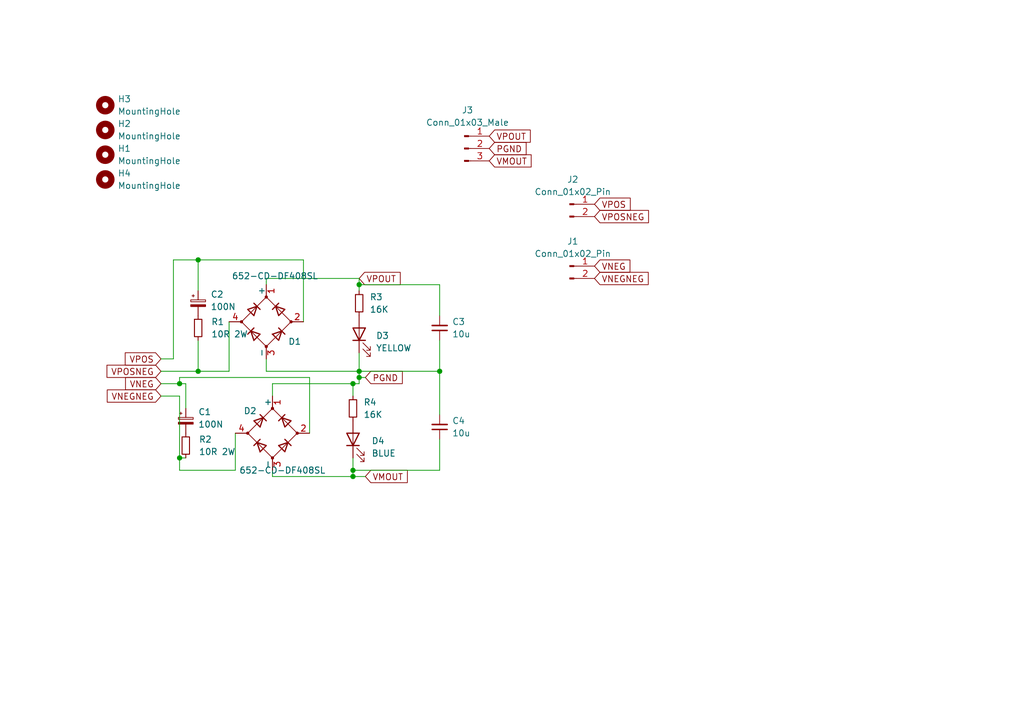
<source format=kicad_sch>
(kicad_sch (version 20231120) (generator "eeschema") (generator_version "8.0")
  (paper "A5")
  (lib_symbols
    (symbol "Connector:Conn_01x02_Pin" (pin_names (offset 1.016) hide)
      (property "Reference" "J" (at 0 2.54 0))
      (property "Value" "Conn_01x02_Pin" (at 0 -5.08 0))
      (symbol "Conn_01x02_Pin_1_1"
        (polyline (pts (xy 1.27 -2.54) (xy 0.8636 -2.54)) (stroke (width 0.1524)))
        (polyline (pts (xy 1.27 0) (xy 0.8636 0)) (stroke (width 0.1524)))
        (rectangle (start 0.8636 -2.413) (end 0 -2.667) (stroke (width 0.1524)) (fill (type outline)))
        (rectangle (start 0.8636 0.127) (end 0 -0.127) (stroke (width 0.1524)) (fill (type outline)))
        (pin passive line (at 5.08 0 180) (length 3.81) (name "Pin_1") (number "1"))
        (pin passive line (at 5.08 -2.54 180) (length 3.81) (name "Pin_2") (number "2"))
      )
    )
    (symbol "Connector:Conn_01x03_Male" (pin_names (offset 1.016) hide)
      (property "Reference" "J" (at 0 5.08 0))
      (property "Value" "Conn_01x03_Male" (at 0 -5.08 0))
      (symbol "Conn_01x03_Male_1_1"
        (polyline (pts (xy 1.27 -2.54) (xy 0.8636 -2.54)) (stroke (width 0.1524)))
        (polyline (pts (xy 1.27 0) (xy 0.8636 0)) (stroke (width 0.1524)))
        (polyline (pts (xy 1.27 2.54) (xy 0.8636 2.54)) (stroke (width 0.1524)))
        (rectangle (start 0.8636 -2.413) (end 0 -2.667) (stroke (width 0.1524)) (fill (type outline)))
        (rectangle (start 0.8636 0.127) (end 0 -0.127) (stroke (width 0.1524)) (fill (type outline)))
        (rectangle (start 0.8636 2.667) (end 0 2.413) (stroke (width 0.1524)) (fill (type outline)))
        (pin passive line (at 5.08 2.54 180) (length 3.81) (name "Pin_1") (number "1"))
        (pin passive line (at 5.08 0 180) (length 3.81) (name "Pin_2") (number "2"))
        (pin passive line (at 5.08 -2.54 180) (length 3.81) (name "Pin_3") (number "3"))
      )
    )
    (symbol "Device:C_Polarized_Small" (pin_numbers hide) (pin_names (offset 0.254) hide)
      (property "Reference" "C" (at 0.254 1.778 0))
      (property "Value" "C_Polarized_Small" (at 0.254 -2.032 0))
      (symbol "C_Polarized_Small_0_1"
        (rectangle (start -1.524 -0.3048) (end 1.524 -0.6858) (fill (type outline)))
        (rectangle (start -1.524 0.6858) (end 1.524 0.3048))
        (polyline (pts (xy -1.27 1.524) (xy -0.762 1.524)))
        (polyline (pts (xy -1.016 1.27) (xy -1.016 1.778)))
      )
      (symbol "C_Polarized_Small_1_1"
        (pin passive line (at 0 2.54 270) (length 1.8542) (name "~") (number "1"))
        (pin passive line (at 0 -2.54 90) (length 1.8542) (name "~") (number "2"))
      )
    )
    (symbol "Device:C_Small" (pin_numbers hide) (pin_names (offset 0.254) hide)
      (property "Reference" "C" (at 0.254 1.778 0))
      (property "Value" "C_Small" (at 0.254 -2.032 0))
      (symbol "C_Small_0_1"
        (polyline (pts (xy -1.524 -0.508) (xy 1.524 -0.508)) (stroke (width 0.3302)))
        (polyline (pts (xy -1.524 0.508) (xy 1.524 0.508)) (stroke (width 0.3048)))
      )
      (symbol "C_Small_1_1"
        (pin passive line (at 0 2.54 270) (length 2.032) (name "~") (number "1"))
        (pin passive line (at 0 -2.54 90) (length 2.032) (name "~") (number "2"))
      )
    )
    (symbol "Device:D_Bridge_+A-A" (pin_names (offset 0))
      (property "Reference" "D" (at 2.54 6.985 0))
      (property "Value" "D_Bridge_+A-A" (at 2.54 5.08 0))
      (symbol "D_Bridge_+A-A_0_1"
        (circle (center -5.08 0) (radius 0.254) (fill (type outline)))
        (circle (center 0 -5.08) (radius 0.254) (fill (type outline)))
        (polyline (pts (xy -2.54 3.81) (xy -1.27 2.54)) (stroke (width 0.254)))
        (polyline (pts (xy -1.27 -2.54) (xy -2.54 -3.81)) (stroke (width 0.254)))
        (polyline (pts (xy 2.54 -1.27) (xy 3.81 -2.54)) (stroke (width 0.254)))
        (polyline (pts (xy 2.54 1.27) (xy 3.81 2.54)) (stroke (width 0.254)))
        (polyline (pts (xy -3.81 2.54) (xy -2.54 1.27) (xy -1.905 3.175) (xy -3.81 2.54)) (stroke (width 0.254)))
        (polyline (pts (xy -2.54 -1.27) (xy -3.81 -2.54) (xy -1.905 -3.175) (xy -2.54 -1.27)) (stroke (width 0.254)))
        (polyline (pts (xy 1.27 2.54) (xy 2.54 3.81) (xy 3.175 1.905) (xy 1.27 2.54)) (stroke (width 0.254)))
        (polyline (pts (xy 3.175 -1.905) (xy 1.27 -2.54) (xy 2.54 -3.81) (xy 3.175 -1.905)) (stroke (width 0.254)))
        (polyline (pts (xy -5.08 0) (xy 0 -5.08) (xy 5.08 0) (xy 0 5.08) (xy -5.08 0)))
        (circle (center 0 5.08) (radius 0.254) (fill (type outline)))
        (circle (center 5.08 0) (radius 0.254) (fill (type outline)))
      )
      (symbol "D_Bridge_+A-A_1_1"
        (pin passive line (at 7.62 0 180) (length 2.54) (name "+") (number "1"))
        (pin passive line (at 0 -7.62 90) (length 2.54) (name "~") (number "2"))
        (pin passive line (at -7.62 0 0) (length 2.54) (name "-") (number "3"))
        (pin passive line (at 0 7.62 270) (length 2.54) (name "~") (number "4"))
      )
    )
    (symbol "Device:LED" (pin_numbers hide) (pin_names (offset 1.016) hide)
      (property "Reference" "D" (at 0 2.54 0))
      (property "Value" "LED" (at 0 -2.54 0))
      (symbol "LED_0_1"
        (polyline (pts (xy -1.27 -1.27) (xy -1.27 1.27)) (stroke (width 0.254)))
        (polyline (pts (xy -1.27 0) (xy 1.27 0)))
        (polyline (pts (xy 1.27 -1.27) (xy 1.27 1.27) (xy -1.27 0) (xy 1.27 -1.27)) (stroke (width 0.254)))
        (polyline (pts (xy -3.048 -0.762) (xy -4.572 -2.286) (xy -3.81 -2.286) (xy -4.572 -2.286) (xy -4.572 -1.524)))
        (polyline (pts (xy -1.778 -0.762) (xy -3.302 -2.286) (xy -2.54 -2.286) (xy -3.302 -2.286) (xy -3.302 -1.524)))
      )
      (symbol "LED_1_1"
        (pin passive line (at -3.81 0 0) (length 2.54) (name "K") (number "1"))
        (pin passive line (at 3.81 0 180) (length 2.54) (name "A") (number "2"))
      )
    )
    (symbol "Device:R_Small" (pin_numbers hide) (pin_names (offset 0.254) hide)
      (property "Reference" "R" (at 0.762 0.508 0))
      (property "Value" "R_Small" (at 0.762 -1.016 0))
      (symbol "R_Small_0_1"
        (rectangle (start -0.762 1.778) (end 0.762 -1.778) (stroke (width 0.2032)))
      )
      (symbol "R_Small_1_1"
        (pin passive line (at 0 2.54 270) (length 0.762) (name "~") (number "1"))
        (pin passive line (at 0 -2.54 90) (length 0.762) (name "~") (number "2"))
      )
    )
    (symbol "Mechanical:MountingHole" (pin_names (offset 1.016))
      (property "Reference" "H" (at 0 5.08 0))
      (property "Value" "MountingHole" (at 0 3.175 0))
      (symbol "MountingHole_0_1"
        (circle (center 0 0) (radius 1.27) (stroke (width 1.27)))
      )
    )
  )
  (junction (at 72.39 78.74))
  (junction (at 72.39 97.79))
  (junction (at 90.17 76.2))
  (junction (at 72.39 96.52))
  (junction (at 40.64 76.2))
  (junction (at 36.83 93.98))
  (junction (at 73.66 77.47))
  (junction (at 73.66 58.42))
  (junction (at 40.64 53.34))
  (junction (at 36.83 78.74))
  (junction (at 73.66 76.2))
  (wire (pts (xy 90.17 58.42) (xy 90.17 64.77)))
  (wire (pts (xy 36.83 77.47) (xy 36.83 78.74)))
  (wire (pts (xy 72.39 78.74) (xy 72.39 81.28)))
  (wire (pts (xy 38.1 93.98) (xy 36.83 93.98)))
  (wire (pts (xy 36.83 78.74) (xy 38.1 78.74)))
  (wire (pts (xy 36.83 93.98) (xy 36.83 81.28)))
  (wire (pts (xy 40.64 69.85) (xy 40.64 76.2)))
  (wire (pts (xy 90.17 90.17) (xy 90.17 96.52)))
  (wire (pts (xy 63.5 77.47) (xy 63.5 88.9)))
  (wire (pts (xy 38.1 78.74) (xy 38.1 83.82)))
  (wire (pts (xy 73.66 76.2) (xy 73.66 77.47)))
  (wire (pts (xy 73.66 58.42) (xy 90.17 58.42)))
  (wire (pts (xy 90.17 76.2) (xy 90.17 85.09)))
  (wire (pts (xy 62.23 53.34) (xy 40.64 53.34)))
  (wire (pts (xy 54.61 58.42) (xy 54.61 57.15)))
  (wire (pts (xy 55.88 78.74) (xy 72.39 78.74)))
  (wire (pts (xy 35.56 73.66) (xy 33.02 73.66)))
  (wire (pts (xy 35.56 53.34) (xy 35.56 73.66)))
  (wire (pts (xy 55.88 97.79) (xy 55.88 96.52)))
  (wire (pts (xy 72.39 96.52) (xy 72.39 97.79)))
  (wire (pts (xy 62.23 53.34) (xy 62.23 66.04)))
  (wire (pts (xy 33.02 78.74) (xy 36.83 78.74)))
  (wire (pts (xy 40.64 53.34) (xy 40.64 59.69)))
  (wire (pts (xy 54.61 57.15) (xy 73.66 57.15)))
  (wire (pts (xy 72.39 78.74) (xy 73.66 78.74)))
  (wire (pts (xy 33.02 76.2) (xy 40.64 76.2)))
  (wire (pts (xy 46.99 66.04) (xy 46.99 76.2)))
  (wire (pts (xy 55.88 97.79) (xy 72.39 97.79)))
  (wire (pts (xy 54.61 76.2) (xy 73.66 76.2)))
  (wire (pts (xy 73.66 58.42) (xy 73.66 59.69)))
  (wire (pts (xy 36.83 93.98) (xy 36.83 96.52)))
  (wire (pts (xy 40.64 53.34) (xy 35.56 53.34)))
  (wire (pts (xy 48.26 96.52) (xy 36.83 96.52)))
  (wire (pts (xy 90.17 96.52) (xy 72.39 96.52)))
  (wire (pts (xy 90.17 69.85) (xy 90.17 76.2)))
  (wire (pts (xy 72.39 97.79) (xy 74.93 97.79)))
  (wire (pts (xy 33.02 81.28) (xy 36.83 81.28)))
  (wire (pts (xy 73.66 57.15) (xy 73.66 58.42)))
  (wire (pts (xy 55.88 78.74) (xy 55.88 81.28)))
  (wire (pts (xy 54.61 73.66) (xy 54.61 76.2)))
  (wire (pts (xy 73.66 72.39) (xy 73.66 76.2)))
  (wire (pts (xy 73.66 77.47) (xy 73.66 78.74)))
  (wire (pts (xy 40.64 76.2) (xy 46.99 76.2)))
  (wire (pts (xy 90.17 76.2) (xy 73.66 76.2)))
  (wire (pts (xy 48.26 88.9) (xy 48.26 96.52)))
  (wire (pts (xy 63.5 77.47) (xy 36.83 77.47)))
  (wire (pts (xy 73.66 77.47) (xy 74.93 77.47)))
  (wire (pts (xy 72.39 93.98) (xy 72.39 96.52)))
  (global_label "VPOUT" (shape input) (at 73.66 57.15 0) (property "Intersheetrefs" "${INTERSHEET_REFS}" (effects (hide yes))))
  (global_label "VPOSNEG" (shape input) (at 33.02 76.2 180) (property "Intersheetrefs" "${INTERSHEET_REFS}" (effects (hide yes))))
  (global_label "VMOUT" (shape input) (at 74.93 97.79 0) (property "Intersheetrefs" "${INTERSHEET_REFS}" (effects (hide yes))))
  (global_label "VNEGNEG" (shape input) (at 33.02 81.28 180) (property "Intersheetrefs" "${INTERSHEET_REFS}" (effects (hide yes))))
  (global_label "VPOUT" (shape input) (at 100.33 27.94 0) (property "Intersheetrefs" "${INTERSHEET_REFS}" (effects (hide yes))))
  (global_label "VMOUT" (shape input) (at 100.33 33.02 0) (property "Intersheetrefs" "${INTERSHEET_REFS}" (effects (hide yes))))
  (global_label "VNEG" (shape input) (at 33.02 78.74 180) (property "Intersheetrefs" "${INTERSHEET_REFS}" (effects (hide yes))))
  (global_label "PGND" (shape input) (at 74.93 77.47 0) (property "Intersheetrefs" "${INTERSHEET_REFS}" (effects (hide yes))))
  (global_label "VPOS" (shape input) (at 121.92 41.91 0) (property "Intersheetrefs" "${INTERSHEET_REFS}" (effects (hide yes))))
  (global_label "VPOSNEG" (shape input) (at 121.92 44.45 0) (property "Intersheetrefs" "${INTERSHEET_REFS}" (effects (hide yes))))
  (global_label "PGND" (shape input) (at 100.33 30.48 0) (property "Intersheetrefs" "${INTERSHEET_REFS}" (effects (hide yes))))
  (global_label "VPOS" (shape input) (at 33.02 73.66 180) (property "Intersheetrefs" "${INTERSHEET_REFS}" (effects (hide yes))))
  (global_label "VNEG" (shape input) (at 121.92 54.61 0) (property "Intersheetrefs" "${INTERSHEET_REFS}" (effects (hide yes))))
  (global_label "VNEGNEG" (shape input) (at 121.92 57.15 0) (property "Intersheetrefs" "${INTERSHEET_REFS}" (effects (hide yes))))
  (symbol (lib_id "Device:D_Bridge_+A-A") (at 55.88 88.9 90) (unit 1)
    (property "Reference" "D2" (at 51.308 84.328 90))
    (property "Value" "652-CD-DF408SL" (at 57.912 96.52 90))
    (property "Footprint" "Diode_THT:Diode_Bridge_19.0x19.0x6.8mm_P12.7mm" (effects (hide yes)))
    (property "Mouser" "652-CD-DF408SL" (effects (hide yes)))
  )
  (symbol (lib_id "Device:R_Small") (at 72.39 83.82 0) (unit 1)
    (property "Reference" "R4" (at 74.549 82.5499 0) (effects (justify left)))
    (property "Value" "16K" (at 74.549 85.0899 0) (effects (justify left)))
    (property "Footprint" "Resistor_SMD:R_0603_1608Metric_Pad0.98x0.95mm_HandSolder" (effects (hide yes)))
  )
  (symbol (lib_id "Mechanical:MountingHole") (at 21.59 26.67 0) (unit 1)
    (property "Reference" "H2" (at 24.13 25.3999 0) (effects (justify left)))
    (property "Value" "MountingHole" (at 24.13 27.9399 0) (effects (justify left)))
    (property "Footprint" "MountingHole:MountingHole_3.2mm_M3_Pad_TopOnly" (effects (hide yes)))
  )
  (symbol (lib_id "Connector:Conn_01x02_Pin") (at 116.84 41.91 0) (unit 1)
    (property "Reference" "J2" (at 117.475 36.83 0))
    (property "Value" "Conn_01x02_Pin" (at 117.475 39.37 0))
    (property "Footprint" "TerminalBlock_MetzConnect:TerminalBlock_MetzConnect_Type059_RT06302HBWC_1x02_P3.50mm_Horizontal" (effects (hide yes)))
    (property "Description" "Generic connector, single row, 01x02, script generated" (effects (hide yes)))
  )
  (symbol (lib_id "Mechanical:MountingHole") (at 21.59 21.59 0) (unit 1)
    (property "Reference" "H3" (at 24.13 20.3199 0) (effects (justify left)))
    (property "Value" "MountingHole" (at 24.13 22.8599 0) (effects (justify left)))
    (property "Footprint" "MountingHole:MountingHole_3.2mm_M3_Pad_TopOnly" (effects (hide yes)))
  )
  (symbol (lib_id "Device:D_Bridge_+A-A") (at 54.61 66.04 90) (unit 1)
    (property "Reference" "D1" (at 60.452 70.104 90))
    (property "Value" "652-CD-DF408SL" (at 56.388 56.642 90))
    (property "Footprint" "Diode_THT:Diode_Bridge_19.0x19.0x6.8mm_P12.7mm" (effects (hide yes)))
    (property "Mouser" "652-CD-DF408SL" (effects (hide yes)))
  )
  (symbol (lib_id "Device:LED") (at 73.66 68.58 90) (unit 1)
    (property "Reference" "D3" (at 77.089 68.8974 90) (effects (justify right)))
    (property "Value" "YELLOW" (at 77.089 71.4374 90) (effects (justify right)))
    (property "Footprint" "LED_SMD:LED_0603_1608Metric_Pad1.05x0.95mm_HandSolder" (effects (hide yes)))
  )
  (symbol (lib_id "Device:C_Small") (at 90.17 87.63 180) (unit 1)
    (property "Reference" "C4" (at 92.71 86.3535 0) (effects (justify right)))
    (property "Value" "10u" (at 92.71 88.8935 0) (effects (justify right)))
    (property "Footprint" "Capacitor_SMD:C_1206_3216Metric_Pad1.33x1.80mm_HandSolder" (effects (hide yes)))
    (property "Description" "Unpolarized capacitor, small symbol" (effects (hide yes)))
  )
  (symbol (lib_id "Connector:Conn_01x02_Pin") (at 116.84 54.61 0) (unit 1)
    (property "Reference" "J1" (at 117.475 49.53 0))
    (property "Value" "Conn_01x02_Pin" (at 117.475 52.07 0))
    (property "Footprint" "TerminalBlock_MetzConnect:TerminalBlock_MetzConnect_Type059_RT06302HBWC_1x02_P3.50mm_Horizontal" (effects (hide yes)))
    (property "Description" "Generic connector, single row, 01x02, script generated" (effects (hide yes)))
  )
  (symbol (lib_id "Connector:Conn_01x03_Male") (at 95.25 30.48 0) (unit 1)
    (property "Reference" "J3" (at 95.885 22.606 0))
    (property "Value" "Conn_01x03_Male" (at 95.885 25.146 0))
    (property "Footprint" "Connector_JST:JST_VH_B3P-VH_1x03_P3.96mm_Vertical" (effects (hide yes)))
  )
  (symbol (lib_id "Mechanical:MountingHole") (at 21.59 36.83 0) (unit 1)
    (property "Reference" "H4" (at 24.13 35.5599 0) (effects (justify left)))
    (property "Value" "MountingHole" (at 24.13 38.0999 0) (effects (justify left)))
    (property "Footprint" "MountingHole:MountingHole_3.2mm_M3_Pad_TopOnly" (effects (hide yes)))
  )
  (symbol (lib_id "Device:LED") (at 72.39 90.17 90) (unit 1)
    (property "Reference" "D4" (at 76.2 90.4874 90) (effects (justify right)))
    (property "Value" "BLUE" (at 76.2 93.0274 90) (effects (justify right)))
    (property "Footprint" "LED_SMD:LED_0603_1608Metric_Pad1.05x0.95mm_HandSolder" (effects (hide yes)))
  )
  (symbol (lib_id "Device:R_Small") (at 73.66 62.23 0) (unit 1)
    (property "Reference" "R3" (at 75.819 60.9599 0) (effects (justify left)))
    (property "Value" "16K" (at 75.819 63.4999 0) (effects (justify left)))
    (property "Footprint" "Resistor_SMD:R_0603_1608Metric_Pad0.98x0.95mm_HandSolder" (effects (hide yes)))
  )
  (symbol (lib_id "Device:C_Polarized_Small") (at 38.1 86.36 0) (unit 1)
    (property "Reference" "C1" (at 40.64 84.5438 0) (effects (justify left)))
    (property "Value" "100N" (at 40.64 87.0838 0) (effects (justify left)))
    (property "Footprint" "Capacitor_THT:C_Rect_L13.0mm_W6.0mm_P10.00mm_FKS3_FKP3_MKS4" (effects (hide yes)))
    (property "Mouser" " 505-MKP1D031003G00JS " (effects (hide yes)))
  )
  (symbol (lib_id "Device:C_Polarized_Small") (at 40.64 62.23 0) (unit 1)
    (property "Reference" "C2" (at 43.18 60.4138 0) (effects (justify left)))
    (property "Value" "100N" (at 43.18 62.9538 0) (effects (justify left)))
    (property "Footprint" "Capacitor_THT:C_Rect_L13.0mm_W6.0mm_P10.00mm_FKS3_FKP3_MKS4" (effects (hide yes)))
    (property "Mouser" " 505-MKP1D031003G00JS " (effects (hide yes)))
  )
  (symbol (lib_id "Device:C_Small") (at 90.17 67.31 180) (unit 1)
    (property "Reference" "C3" (at 92.71 66.0335 0) (effects (justify right)))
    (property "Value" "10u" (at 92.71 68.5735 0) (effects (justify right)))
    (property "Footprint" "Capacitor_SMD:C_1206_3216Metric_Pad1.33x1.80mm_HandSolder" (effects (hide yes)))
    (property "Description" "Unpolarized capacitor, small symbol" (effects (hide yes)))
  )
  (symbol (lib_id "Mechanical:MountingHole") (at 21.59 31.75 0) (unit 1)
    (property "Reference" "H1" (at 24.13 30.4799 0) (effects (justify left)))
    (property "Value" "MountingHole" (at 24.13 33.0199 0) (effects (justify left)))
    (property "Footprint" "MountingHole:MountingHole_3.2mm_M3_Pad_TopOnly" (effects (hide yes)))
  )
  (symbol (lib_id "Device:R_Small") (at 40.64 67.31 0) (unit 1)
    (property "Reference" "R1" (at 43.307 66.0399 0) (effects (justify left)))
    (property "Value" "10R 2W" (at 43.307 68.5799 0) (effects (justify left)))
    (property "Footprint" "Resistor_SMD:R_2512_6332Metric" (effects (hide yes)))
    (property "Mouser" "603-SR2512JK-7W10RL" (effects (hide yes)))
  )
  (symbol (lib_id "Device:R_Small") (at 38.1 91.44 0) (unit 1)
    (property "Reference" "R2" (at 40.767 90.1699 0) (effects (justify left)))
    (property "Value" "10R 2W" (at 40.767 92.7099 0) (effects (justify left)))
    (property "Footprint" "Resistor_SMD:R_2512_6332Metric" (effects (hide yes)))
    (property "Mouser" "603-SR2512JK-7W10RL" (effects (hide yes)))
  )
)
</source>
